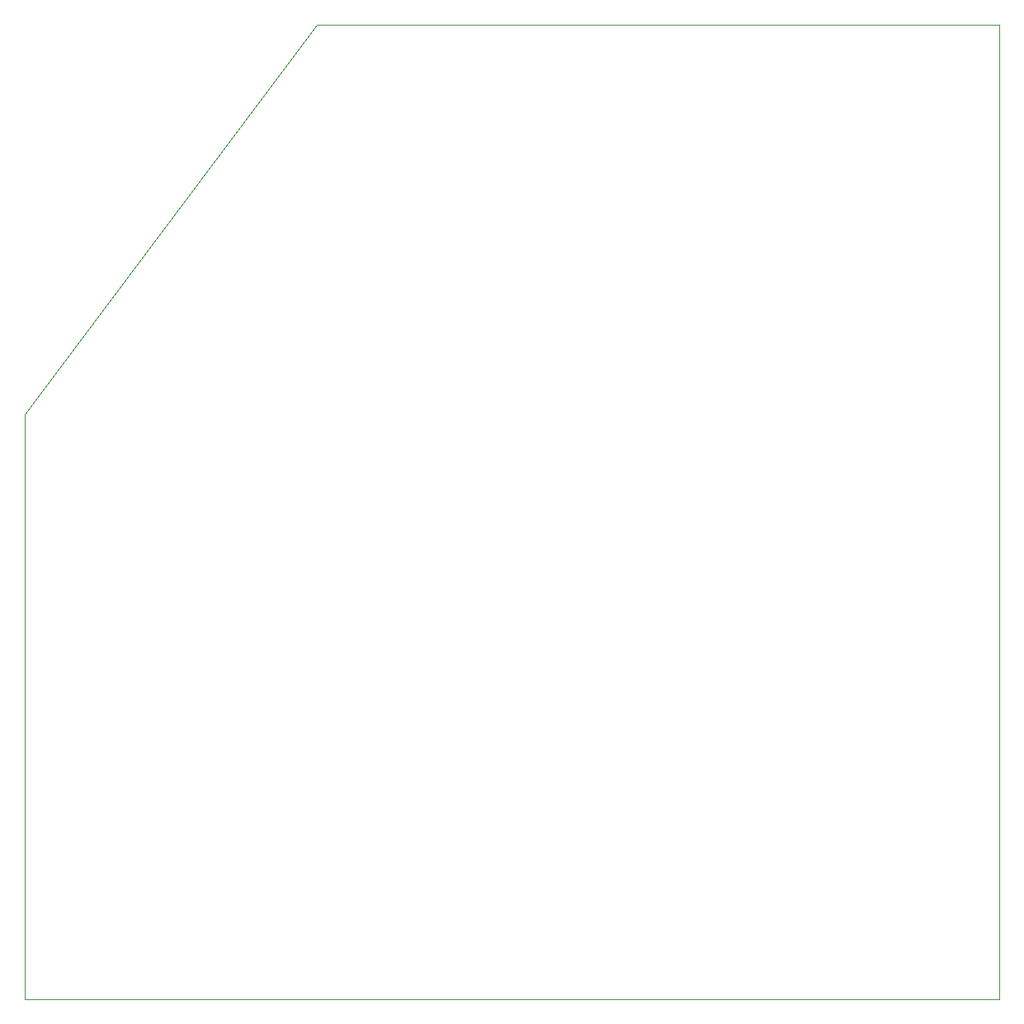
<source format=gko>
%TF.GenerationSoftware,KiCad,Pcbnew,5.1.5+dfsg1-2build2*%
%TF.CreationDate,2021-06-07T13:35:25+02:00*%
%TF.ProjectId,Drum_H_v2,4472756d-5f48-45f7-9632-2e6b69636164,rev?*%
%TF.SameCoordinates,Original*%
%TF.FileFunction,Profile,NP*%
%FSLAX46Y46*%
G04 Gerber Fmt 4.6, Leading zero omitted, Abs format (unit mm)*
G04 Created by KiCad (PCBNEW 5.1.5+dfsg1-2build2) date 2021-06-07 13:35:25*
%MOMM*%
%LPD*%
G04 APERTURE LIST*
%TA.AperFunction,Profile*%
%ADD10C,0.100000*%
%TD*%
G04 APERTURE END LIST*
D10*
X150000000Y-80000000D02*
X180000000Y-40000000D01*
X150000000Y-140000000D02*
X150000000Y-80000000D01*
X250000000Y-140000000D02*
X150000000Y-140000000D01*
X250000000Y-40000000D02*
X250000000Y-140000000D01*
X180000000Y-40000000D02*
X250000000Y-40000000D01*
M02*

</source>
